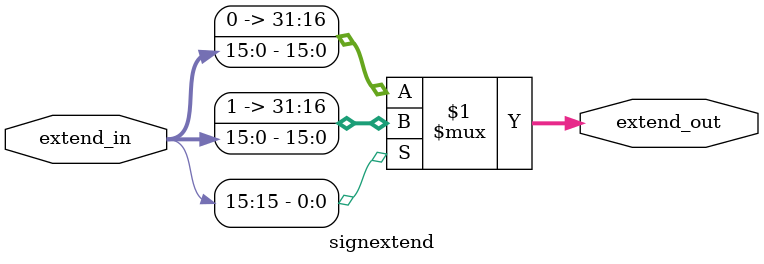
<source format=v>

module ID_stage(input clk,rst, MEM_WB_EN,EXE_WB_EN,input [4:0] EXE_Dest, MEM_Dest ,input[31:0] Instruction, Res_WB,input WB_EN, input [4:0]WB_Dest,
                  input is_forward,/*new*/mem__en,
                output  MEM_R_EN, MEM_W_EN, WB_EN_out,
                output[3:0] EXE_CMD, output[4:0] Dest,/*new*/src1out,src2out/*new*/,output[31:0] Reg2,Val2,Reg1, output[1:0]BR_type,
                 output hazarddetection, output is_st_br);
    wire is_immediate, checkbnest, haz;
    wire[31:0] extend_out;
    assign src1out=Instruction[25:21];
    assign src2out = (is_immediate)?0:Instruction [20:16];
    hazard hzrd(.src1(Instruction[25:21]), .src2(Instruction[20:16]), .exe_dest(EXE_Dest),.mem_dest(MEM_Dest)
               ,.exe_wb_en(EXE_WB_EN) , .mem_wb_en(MEM_WB_EN),.mem_r_en(mem__en), .is_im(is_immediate),.check(checkbnest),
               .hazarddetection(hazarddetection),.is_forward(is_forward));
    
    MUX_32_1 n1(.mux0(Reg2),.mux1(extend_out), .sel(is_immediate), .muxout(Val2));

    MUX_5_1 n2(.mux0(Instruction[15:11]),.mux1(Instruction[20:16]),.sel(is_immediate), .muxout(Dest));
    ControlUnit n3(.Op_code(Instruction[31:26]),.hazard(hazarddetection), ._EXE_CMD(EXE_CMD),
                    ._mem_read(MEM_R_EN),._mem_write(MEM_W_EN),._WB_EN(WB_EN_out),.is_immediate(is_immediate),
                    .checkbnest(checkbnest),
                    ._BR_type(BR_type));
                         
    RegisterFile n4(.clk(clk), .rst(rst), .src1(Instruction[25:21]), .src2(Instruction[20:16]), .dest(WB_Dest), 
                            .Write_Val(Res_WB)/*abi*/, .Write_En(WB_EN)/*abi*/, 
                            .reg1(Reg1), .reg2(Reg2));
                            
    signextend n5(.extend_in(Instruction[15:0]),.extend_out(extend_out));


    assign is_st_br = checkbnest;
endmodule


module signextend(input [15:0] extend_in,output [31:0] extend_out);
  assign extend_out=extend_in[15]?
                                  {16'b1111111111111111,extend_in}:
                                  {16'b0,extend_in};
endmodule


                                  


</source>
